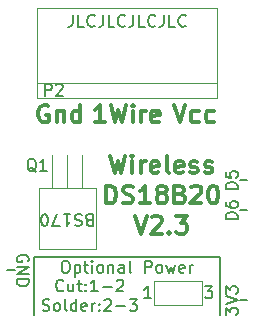
<source format=gbr>
G04 #@! TF.GenerationSoftware,KiCad,Pcbnew,(5.1.5)-3*
G04 #@! TF.CreationDate,2020-01-07T22:17:17+01:00*
G04 #@! TF.ProjectId,WirelessDS18B20,57697265-6c65-4737-9344-533138423230,rev?*
G04 #@! TF.SameCoordinates,Original*
G04 #@! TF.FileFunction,Legend,Top*
G04 #@! TF.FilePolarity,Positive*
%FSLAX46Y46*%
G04 Gerber Fmt 4.6, Leading zero omitted, Abs format (unit mm)*
G04 Created by KiCad (PCBNEW (5.1.5)-3) date 2020-01-07 22:17:17*
%MOMM*%
%LPD*%
G04 APERTURE LIST*
%ADD10C,0.150000*%
%ADD11C,0.200000*%
%ADD12C,0.300000*%
%ADD13C,0.120000*%
G04 APERTURE END LIST*
D10*
X31575952Y-25360380D02*
X31575952Y-26074666D01*
X31528333Y-26217523D01*
X31433095Y-26312761D01*
X31290238Y-26360380D01*
X31195000Y-26360380D01*
X32528333Y-26360380D02*
X32052142Y-26360380D01*
X32052142Y-25360380D01*
X33433095Y-26265142D02*
X33385476Y-26312761D01*
X33242619Y-26360380D01*
X33147380Y-26360380D01*
X33004523Y-26312761D01*
X32909285Y-26217523D01*
X32861666Y-26122285D01*
X32814047Y-25931809D01*
X32814047Y-25788952D01*
X32861666Y-25598476D01*
X32909285Y-25503238D01*
X33004523Y-25408000D01*
X33147380Y-25360380D01*
X33242619Y-25360380D01*
X33385476Y-25408000D01*
X33433095Y-25455619D01*
X34147380Y-25360380D02*
X34147380Y-26074666D01*
X34099761Y-26217523D01*
X34004523Y-26312761D01*
X33861666Y-26360380D01*
X33766428Y-26360380D01*
X35099761Y-26360380D02*
X34623571Y-26360380D01*
X34623571Y-25360380D01*
X36004523Y-26265142D02*
X35956904Y-26312761D01*
X35814047Y-26360380D01*
X35718809Y-26360380D01*
X35575952Y-26312761D01*
X35480714Y-26217523D01*
X35433095Y-26122285D01*
X35385476Y-25931809D01*
X35385476Y-25788952D01*
X35433095Y-25598476D01*
X35480714Y-25503238D01*
X35575952Y-25408000D01*
X35718809Y-25360380D01*
X35814047Y-25360380D01*
X35956904Y-25408000D01*
X36004523Y-25455619D01*
X36718809Y-25360380D02*
X36718809Y-26074666D01*
X36671190Y-26217523D01*
X36575952Y-26312761D01*
X36433095Y-26360380D01*
X36337857Y-26360380D01*
X37671190Y-26360380D02*
X37195000Y-26360380D01*
X37195000Y-25360380D01*
X38575952Y-26265142D02*
X38528333Y-26312761D01*
X38385476Y-26360380D01*
X38290238Y-26360380D01*
X38147380Y-26312761D01*
X38052142Y-26217523D01*
X38004523Y-26122285D01*
X37956904Y-25931809D01*
X37956904Y-25788952D01*
X38004523Y-25598476D01*
X38052142Y-25503238D01*
X38147380Y-25408000D01*
X38290238Y-25360380D01*
X38385476Y-25360380D01*
X38528333Y-25408000D01*
X38575952Y-25455619D01*
X39290238Y-25360380D02*
X39290238Y-26074666D01*
X39242619Y-26217523D01*
X39147380Y-26312761D01*
X39004523Y-26360380D01*
X38909285Y-26360380D01*
X40242619Y-26360380D02*
X39766428Y-26360380D01*
X39766428Y-25360380D01*
X41147380Y-26265142D02*
X41099761Y-26312761D01*
X40956904Y-26360380D01*
X40861666Y-26360380D01*
X40718809Y-26312761D01*
X40623571Y-26217523D01*
X40575952Y-26122285D01*
X40528333Y-25931809D01*
X40528333Y-25788952D01*
X40575952Y-25598476D01*
X40623571Y-25503238D01*
X40718809Y-25408000D01*
X40861666Y-25360380D01*
X40956904Y-25360380D01*
X41099761Y-25408000D01*
X41147380Y-25455619D01*
X30781904Y-48681142D02*
X30734285Y-48728761D01*
X30591428Y-48776380D01*
X30496190Y-48776380D01*
X30353333Y-48728761D01*
X30258095Y-48633523D01*
X30210476Y-48538285D01*
X30162857Y-48347809D01*
X30162857Y-48204952D01*
X30210476Y-48014476D01*
X30258095Y-47919238D01*
X30353333Y-47824000D01*
X30496190Y-47776380D01*
X30591428Y-47776380D01*
X30734285Y-47824000D01*
X30781904Y-47871619D01*
X31639047Y-48109714D02*
X31639047Y-48776380D01*
X31210476Y-48109714D02*
X31210476Y-48633523D01*
X31258095Y-48728761D01*
X31353333Y-48776380D01*
X31496190Y-48776380D01*
X31591428Y-48728761D01*
X31639047Y-48681142D01*
X31972380Y-48109714D02*
X32353333Y-48109714D01*
X32115238Y-47776380D02*
X32115238Y-48633523D01*
X32162857Y-48728761D01*
X32258095Y-48776380D01*
X32353333Y-48776380D01*
X32686666Y-48681142D02*
X32734285Y-48728761D01*
X32686666Y-48776380D01*
X32639047Y-48728761D01*
X32686666Y-48681142D01*
X32686666Y-48776380D01*
X32686666Y-48157333D02*
X32734285Y-48204952D01*
X32686666Y-48252571D01*
X32639047Y-48204952D01*
X32686666Y-48157333D01*
X32686666Y-48252571D01*
X33686666Y-48776380D02*
X33115238Y-48776380D01*
X33400952Y-48776380D02*
X33400952Y-47776380D01*
X33305714Y-47919238D01*
X33210476Y-48014476D01*
X33115238Y-48062095D01*
X34115238Y-48395428D02*
X34877142Y-48395428D01*
X35305714Y-47871619D02*
X35353333Y-47824000D01*
X35448571Y-47776380D01*
X35686666Y-47776380D01*
X35781904Y-47824000D01*
X35829523Y-47871619D01*
X35877142Y-47966857D01*
X35877142Y-48062095D01*
X35829523Y-48204952D01*
X35258095Y-48776380D01*
X35877142Y-48776380D01*
X29020000Y-50378761D02*
X29162857Y-50426380D01*
X29400952Y-50426380D01*
X29496190Y-50378761D01*
X29543809Y-50331142D01*
X29591428Y-50235904D01*
X29591428Y-50140666D01*
X29543809Y-50045428D01*
X29496190Y-49997809D01*
X29400952Y-49950190D01*
X29210476Y-49902571D01*
X29115238Y-49854952D01*
X29067619Y-49807333D01*
X29020000Y-49712095D01*
X29020000Y-49616857D01*
X29067619Y-49521619D01*
X29115238Y-49474000D01*
X29210476Y-49426380D01*
X29448571Y-49426380D01*
X29591428Y-49474000D01*
X30162857Y-50426380D02*
X30067619Y-50378761D01*
X30020000Y-50331142D01*
X29972380Y-50235904D01*
X29972380Y-49950190D01*
X30020000Y-49854952D01*
X30067619Y-49807333D01*
X30162857Y-49759714D01*
X30305714Y-49759714D01*
X30400952Y-49807333D01*
X30448571Y-49854952D01*
X30496190Y-49950190D01*
X30496190Y-50235904D01*
X30448571Y-50331142D01*
X30400952Y-50378761D01*
X30305714Y-50426380D01*
X30162857Y-50426380D01*
X31067619Y-50426380D02*
X30972380Y-50378761D01*
X30924761Y-50283523D01*
X30924761Y-49426380D01*
X31877142Y-50426380D02*
X31877142Y-49426380D01*
X31877142Y-50378761D02*
X31781904Y-50426380D01*
X31591428Y-50426380D01*
X31496190Y-50378761D01*
X31448571Y-50331142D01*
X31400952Y-50235904D01*
X31400952Y-49950190D01*
X31448571Y-49854952D01*
X31496190Y-49807333D01*
X31591428Y-49759714D01*
X31781904Y-49759714D01*
X31877142Y-49807333D01*
X32734285Y-50378761D02*
X32639047Y-50426380D01*
X32448571Y-50426380D01*
X32353333Y-50378761D01*
X32305714Y-50283523D01*
X32305714Y-49902571D01*
X32353333Y-49807333D01*
X32448571Y-49759714D01*
X32639047Y-49759714D01*
X32734285Y-49807333D01*
X32781904Y-49902571D01*
X32781904Y-49997809D01*
X32305714Y-50093047D01*
X33210476Y-50426380D02*
X33210476Y-49759714D01*
X33210476Y-49950190D02*
X33258095Y-49854952D01*
X33305714Y-49807333D01*
X33400952Y-49759714D01*
X33496190Y-49759714D01*
X33829523Y-50331142D02*
X33877142Y-50378761D01*
X33829523Y-50426380D01*
X33781904Y-50378761D01*
X33829523Y-50331142D01*
X33829523Y-50426380D01*
X33829523Y-49807333D02*
X33877142Y-49854952D01*
X33829523Y-49902571D01*
X33781904Y-49854952D01*
X33829523Y-49807333D01*
X33829523Y-49902571D01*
X34258095Y-49521619D02*
X34305714Y-49474000D01*
X34400952Y-49426380D01*
X34639047Y-49426380D01*
X34734285Y-49474000D01*
X34781904Y-49521619D01*
X34829523Y-49616857D01*
X34829523Y-49712095D01*
X34781904Y-49854952D01*
X34210476Y-50426380D01*
X34829523Y-50426380D01*
X35258095Y-50045428D02*
X36020000Y-50045428D01*
X36400952Y-49426380D02*
X37020000Y-49426380D01*
X36686666Y-49807333D01*
X36829523Y-49807333D01*
X36924761Y-49854952D01*
X36972380Y-49902571D01*
X37020000Y-49997809D01*
X37020000Y-50235904D01*
X36972380Y-50331142D01*
X36924761Y-50378761D01*
X36829523Y-50426380D01*
X36543809Y-50426380D01*
X36448571Y-50378761D01*
X36400952Y-50331142D01*
X44069000Y-45847000D02*
X44069000Y-50800000D01*
X28321000Y-45847000D02*
X44069000Y-45847000D01*
X28321000Y-50800000D02*
X28321000Y-45847000D01*
X30879071Y-46188380D02*
X31069547Y-46188380D01*
X31164785Y-46236000D01*
X31260023Y-46331238D01*
X31307642Y-46521714D01*
X31307642Y-46855047D01*
X31260023Y-47045523D01*
X31164785Y-47140761D01*
X31069547Y-47188380D01*
X30879071Y-47188380D01*
X30783833Y-47140761D01*
X30688595Y-47045523D01*
X30640976Y-46855047D01*
X30640976Y-46521714D01*
X30688595Y-46331238D01*
X30783833Y-46236000D01*
X30879071Y-46188380D01*
X31736214Y-46521714D02*
X31736214Y-47521714D01*
X31736214Y-46569333D02*
X31831452Y-46521714D01*
X32021928Y-46521714D01*
X32117166Y-46569333D01*
X32164785Y-46616952D01*
X32212404Y-46712190D01*
X32212404Y-46997904D01*
X32164785Y-47093142D01*
X32117166Y-47140761D01*
X32021928Y-47188380D01*
X31831452Y-47188380D01*
X31736214Y-47140761D01*
X32498119Y-46521714D02*
X32879071Y-46521714D01*
X32640976Y-46188380D02*
X32640976Y-47045523D01*
X32688595Y-47140761D01*
X32783833Y-47188380D01*
X32879071Y-47188380D01*
X33212404Y-47188380D02*
X33212404Y-46521714D01*
X33212404Y-46188380D02*
X33164785Y-46236000D01*
X33212404Y-46283619D01*
X33260023Y-46236000D01*
X33212404Y-46188380D01*
X33212404Y-46283619D01*
X33831452Y-47188380D02*
X33736214Y-47140761D01*
X33688595Y-47093142D01*
X33640976Y-46997904D01*
X33640976Y-46712190D01*
X33688595Y-46616952D01*
X33736214Y-46569333D01*
X33831452Y-46521714D01*
X33974309Y-46521714D01*
X34069547Y-46569333D01*
X34117166Y-46616952D01*
X34164785Y-46712190D01*
X34164785Y-46997904D01*
X34117166Y-47093142D01*
X34069547Y-47140761D01*
X33974309Y-47188380D01*
X33831452Y-47188380D01*
X34593357Y-46521714D02*
X34593357Y-47188380D01*
X34593357Y-46616952D02*
X34640976Y-46569333D01*
X34736214Y-46521714D01*
X34879071Y-46521714D01*
X34974309Y-46569333D01*
X35021928Y-46664571D01*
X35021928Y-47188380D01*
X35926690Y-47188380D02*
X35926690Y-46664571D01*
X35879071Y-46569333D01*
X35783833Y-46521714D01*
X35593357Y-46521714D01*
X35498119Y-46569333D01*
X35926690Y-47140761D02*
X35831452Y-47188380D01*
X35593357Y-47188380D01*
X35498119Y-47140761D01*
X35450500Y-47045523D01*
X35450500Y-46950285D01*
X35498119Y-46855047D01*
X35593357Y-46807428D01*
X35831452Y-46807428D01*
X35926690Y-46759809D01*
X36545738Y-47188380D02*
X36450500Y-47140761D01*
X36402880Y-47045523D01*
X36402880Y-46188380D01*
X37688595Y-47188380D02*
X37688595Y-46188380D01*
X38069547Y-46188380D01*
X38164785Y-46236000D01*
X38212404Y-46283619D01*
X38260023Y-46378857D01*
X38260023Y-46521714D01*
X38212404Y-46616952D01*
X38164785Y-46664571D01*
X38069547Y-46712190D01*
X37688595Y-46712190D01*
X38831452Y-47188380D02*
X38736214Y-47140761D01*
X38688595Y-47093142D01*
X38640976Y-46997904D01*
X38640976Y-46712190D01*
X38688595Y-46616952D01*
X38736214Y-46569333D01*
X38831452Y-46521714D01*
X38974309Y-46521714D01*
X39069547Y-46569333D01*
X39117166Y-46616952D01*
X39164785Y-46712190D01*
X39164785Y-46997904D01*
X39117166Y-47093142D01*
X39069547Y-47140761D01*
X38974309Y-47188380D01*
X38831452Y-47188380D01*
X39498119Y-46521714D02*
X39688595Y-47188380D01*
X39879071Y-46712190D01*
X40069547Y-47188380D01*
X40260023Y-46521714D01*
X41021928Y-47140761D02*
X40926690Y-47188380D01*
X40736214Y-47188380D01*
X40640976Y-47140761D01*
X40593357Y-47045523D01*
X40593357Y-46664571D01*
X40640976Y-46569333D01*
X40736214Y-46521714D01*
X40926690Y-46521714D01*
X41021928Y-46569333D01*
X41069547Y-46664571D01*
X41069547Y-46759809D01*
X40593357Y-46855047D01*
X41498119Y-47188380D02*
X41498119Y-46521714D01*
X41498119Y-46712190D02*
X41545738Y-46616952D01*
X41593357Y-46569333D01*
X41688595Y-46521714D01*
X41783833Y-46521714D01*
X45537380Y-42648095D02*
X44537380Y-42648095D01*
X44537380Y-42410000D01*
X44585000Y-42267142D01*
X44680238Y-42171904D01*
X44775476Y-42124285D01*
X44965952Y-42076666D01*
X45108809Y-42076666D01*
X45299285Y-42124285D01*
X45394523Y-42171904D01*
X45489761Y-42267142D01*
X45537380Y-42410000D01*
X45537380Y-42648095D01*
X44537380Y-41219523D02*
X44537380Y-41410000D01*
X44585000Y-41505238D01*
X44632619Y-41552857D01*
X44775476Y-41648095D01*
X44965952Y-41695714D01*
X45346904Y-41695714D01*
X45442142Y-41648095D01*
X45489761Y-41600476D01*
X45537380Y-41505238D01*
X45537380Y-41314761D01*
X45489761Y-41219523D01*
X45442142Y-41171904D01*
X45346904Y-41124285D01*
X45108809Y-41124285D01*
X45013571Y-41171904D01*
X44965952Y-41219523D01*
X44918333Y-41314761D01*
X44918333Y-41505238D01*
X44965952Y-41600476D01*
X45013571Y-41648095D01*
X45108809Y-41695714D01*
X45537380Y-40108095D02*
X44537380Y-40108095D01*
X44537380Y-39870000D01*
X44585000Y-39727142D01*
X44680238Y-39631904D01*
X44775476Y-39584285D01*
X44965952Y-39536666D01*
X45108809Y-39536666D01*
X45299285Y-39584285D01*
X45394523Y-39631904D01*
X45489761Y-39727142D01*
X45537380Y-39870000D01*
X45537380Y-40108095D01*
X44537380Y-38631904D02*
X44537380Y-39108095D01*
X45013571Y-39155714D01*
X44965952Y-39108095D01*
X44918333Y-39012857D01*
X44918333Y-38774761D01*
X44965952Y-38679523D01*
X45013571Y-38631904D01*
X45108809Y-38584285D01*
X45346904Y-38584285D01*
X45442142Y-38631904D01*
X45489761Y-38679523D01*
X45537380Y-38774761D01*
X45537380Y-39012857D01*
X45489761Y-39108095D01*
X45442142Y-39155714D01*
D11*
X45720000Y-39370000D02*
X46355000Y-39370000D01*
X45720000Y-41910000D02*
X46355000Y-41910000D01*
X45720000Y-49530000D02*
X46355000Y-49530000D01*
X26670000Y-46990000D02*
X26035000Y-46990000D01*
D10*
X27805000Y-46228095D02*
X27852619Y-46132857D01*
X27852619Y-45990000D01*
X27805000Y-45847142D01*
X27709761Y-45751904D01*
X27614523Y-45704285D01*
X27424047Y-45656666D01*
X27281190Y-45656666D01*
X27090714Y-45704285D01*
X26995476Y-45751904D01*
X26900238Y-45847142D01*
X26852619Y-45990000D01*
X26852619Y-46085238D01*
X26900238Y-46228095D01*
X26947857Y-46275714D01*
X27281190Y-46275714D01*
X27281190Y-46085238D01*
X26852619Y-46704285D02*
X27852619Y-46704285D01*
X26852619Y-47275714D01*
X27852619Y-47275714D01*
X26852619Y-47751904D02*
X27852619Y-47751904D01*
X27852619Y-47990000D01*
X27805000Y-48132857D01*
X27709761Y-48228095D01*
X27614523Y-48275714D01*
X27424047Y-48323333D01*
X27281190Y-48323333D01*
X27090714Y-48275714D01*
X26995476Y-48228095D01*
X26900238Y-48132857D01*
X26852619Y-47990000D01*
X26852619Y-47751904D01*
X44537380Y-50768095D02*
X44537380Y-50149047D01*
X44918333Y-50482380D01*
X44918333Y-50339523D01*
X44965952Y-50244285D01*
X45013571Y-50196666D01*
X45108809Y-50149047D01*
X45346904Y-50149047D01*
X45442142Y-50196666D01*
X45489761Y-50244285D01*
X45537380Y-50339523D01*
X45537380Y-50625238D01*
X45489761Y-50720476D01*
X45442142Y-50768095D01*
X44537380Y-49863333D02*
X45537380Y-49530000D01*
X44537380Y-49196666D01*
X44537380Y-48958571D02*
X44537380Y-48339523D01*
X44918333Y-48672857D01*
X44918333Y-48530000D01*
X44965952Y-48434761D01*
X45013571Y-48387142D01*
X45108809Y-48339523D01*
X45346904Y-48339523D01*
X45442142Y-48387142D01*
X45489761Y-48434761D01*
X45537380Y-48530000D01*
X45537380Y-48815714D01*
X45489761Y-48910952D01*
X45442142Y-48958571D01*
D12*
X34302142Y-34460571D02*
X33445000Y-34460571D01*
X33873571Y-34460571D02*
X33873571Y-32960571D01*
X33730714Y-33174857D01*
X33587857Y-33317714D01*
X33445000Y-33389142D01*
X34802142Y-32960571D02*
X35159285Y-34460571D01*
X35445000Y-33389142D01*
X35730714Y-34460571D01*
X36087857Y-32960571D01*
X36659285Y-34460571D02*
X36659285Y-33460571D01*
X36659285Y-32960571D02*
X36587857Y-33032000D01*
X36659285Y-33103428D01*
X36730714Y-33032000D01*
X36659285Y-32960571D01*
X36659285Y-33103428D01*
X37373571Y-34460571D02*
X37373571Y-33460571D01*
X37373571Y-33746285D02*
X37445000Y-33603428D01*
X37516428Y-33532000D01*
X37659285Y-33460571D01*
X37802142Y-33460571D01*
X38873571Y-34389142D02*
X38730714Y-34460571D01*
X38445000Y-34460571D01*
X38302142Y-34389142D01*
X38230714Y-34246285D01*
X38230714Y-33674857D01*
X38302142Y-33532000D01*
X38445000Y-33460571D01*
X38730714Y-33460571D01*
X38873571Y-33532000D01*
X38945000Y-33674857D01*
X38945000Y-33817714D01*
X38230714Y-33960571D01*
X29515714Y-33032000D02*
X29372857Y-32960571D01*
X29158571Y-32960571D01*
X28944285Y-33032000D01*
X28801428Y-33174857D01*
X28730000Y-33317714D01*
X28658571Y-33603428D01*
X28658571Y-33817714D01*
X28730000Y-34103428D01*
X28801428Y-34246285D01*
X28944285Y-34389142D01*
X29158571Y-34460571D01*
X29301428Y-34460571D01*
X29515714Y-34389142D01*
X29587142Y-34317714D01*
X29587142Y-33817714D01*
X29301428Y-33817714D01*
X30230000Y-33460571D02*
X30230000Y-34460571D01*
X30230000Y-33603428D02*
X30301428Y-33532000D01*
X30444285Y-33460571D01*
X30658571Y-33460571D01*
X30801428Y-33532000D01*
X30872857Y-33674857D01*
X30872857Y-34460571D01*
X32230000Y-34460571D02*
X32230000Y-32960571D01*
X32230000Y-34389142D02*
X32087142Y-34460571D01*
X31801428Y-34460571D01*
X31658571Y-34389142D01*
X31587142Y-34317714D01*
X31515714Y-34174857D01*
X31515714Y-33746285D01*
X31587142Y-33603428D01*
X31658571Y-33532000D01*
X31801428Y-33460571D01*
X32087142Y-33460571D01*
X32230000Y-33532000D01*
X40124285Y-32960571D02*
X40624285Y-34460571D01*
X41124285Y-32960571D01*
X42267142Y-34389142D02*
X42124285Y-34460571D01*
X41838571Y-34460571D01*
X41695714Y-34389142D01*
X41624285Y-34317714D01*
X41552857Y-34174857D01*
X41552857Y-33746285D01*
X41624285Y-33603428D01*
X41695714Y-33532000D01*
X41838571Y-33460571D01*
X42124285Y-33460571D01*
X42267142Y-33532000D01*
X43552857Y-34389142D02*
X43410000Y-34460571D01*
X43124285Y-34460571D01*
X42981428Y-34389142D01*
X42910000Y-34317714D01*
X42838571Y-34174857D01*
X42838571Y-33746285D01*
X42910000Y-33603428D01*
X42981428Y-33532000D01*
X43124285Y-33460571D01*
X43410000Y-33460571D01*
X43552857Y-33532000D01*
X34758857Y-37268571D02*
X35116000Y-38768571D01*
X35401714Y-37697142D01*
X35687428Y-38768571D01*
X36044571Y-37268571D01*
X36616000Y-38768571D02*
X36616000Y-37768571D01*
X36616000Y-37268571D02*
X36544571Y-37340000D01*
X36616000Y-37411428D01*
X36687428Y-37340000D01*
X36616000Y-37268571D01*
X36616000Y-37411428D01*
X37330285Y-38768571D02*
X37330285Y-37768571D01*
X37330285Y-38054285D02*
X37401714Y-37911428D01*
X37473142Y-37840000D01*
X37616000Y-37768571D01*
X37758857Y-37768571D01*
X38830285Y-38697142D02*
X38687428Y-38768571D01*
X38401714Y-38768571D01*
X38258857Y-38697142D01*
X38187428Y-38554285D01*
X38187428Y-37982857D01*
X38258857Y-37840000D01*
X38401714Y-37768571D01*
X38687428Y-37768571D01*
X38830285Y-37840000D01*
X38901714Y-37982857D01*
X38901714Y-38125714D01*
X38187428Y-38268571D01*
X39758857Y-38768571D02*
X39616000Y-38697142D01*
X39544571Y-38554285D01*
X39544571Y-37268571D01*
X40901714Y-38697142D02*
X40758857Y-38768571D01*
X40473142Y-38768571D01*
X40330285Y-38697142D01*
X40258857Y-38554285D01*
X40258857Y-37982857D01*
X40330285Y-37840000D01*
X40473142Y-37768571D01*
X40758857Y-37768571D01*
X40901714Y-37840000D01*
X40973142Y-37982857D01*
X40973142Y-38125714D01*
X40258857Y-38268571D01*
X41544571Y-38697142D02*
X41687428Y-38768571D01*
X41973142Y-38768571D01*
X42116000Y-38697142D01*
X42187428Y-38554285D01*
X42187428Y-38482857D01*
X42116000Y-38340000D01*
X41973142Y-38268571D01*
X41758857Y-38268571D01*
X41616000Y-38197142D01*
X41544571Y-38054285D01*
X41544571Y-37982857D01*
X41616000Y-37840000D01*
X41758857Y-37768571D01*
X41973142Y-37768571D01*
X42116000Y-37840000D01*
X42758857Y-38697142D02*
X42901714Y-38768571D01*
X43187428Y-38768571D01*
X43330285Y-38697142D01*
X43401714Y-38554285D01*
X43401714Y-38482857D01*
X43330285Y-38340000D01*
X43187428Y-38268571D01*
X42973142Y-38268571D01*
X42830285Y-38197142D01*
X42758857Y-38054285D01*
X42758857Y-37982857D01*
X42830285Y-37840000D01*
X42973142Y-37768571D01*
X43187428Y-37768571D01*
X43330285Y-37840000D01*
X34401714Y-41318571D02*
X34401714Y-39818571D01*
X34758857Y-39818571D01*
X34973142Y-39890000D01*
X35116000Y-40032857D01*
X35187428Y-40175714D01*
X35258857Y-40461428D01*
X35258857Y-40675714D01*
X35187428Y-40961428D01*
X35116000Y-41104285D01*
X34973142Y-41247142D01*
X34758857Y-41318571D01*
X34401714Y-41318571D01*
X35830285Y-41247142D02*
X36044571Y-41318571D01*
X36401714Y-41318571D01*
X36544571Y-41247142D01*
X36616000Y-41175714D01*
X36687428Y-41032857D01*
X36687428Y-40890000D01*
X36616000Y-40747142D01*
X36544571Y-40675714D01*
X36401714Y-40604285D01*
X36116000Y-40532857D01*
X35973142Y-40461428D01*
X35901714Y-40390000D01*
X35830285Y-40247142D01*
X35830285Y-40104285D01*
X35901714Y-39961428D01*
X35973142Y-39890000D01*
X36116000Y-39818571D01*
X36473142Y-39818571D01*
X36687428Y-39890000D01*
X38116000Y-41318571D02*
X37258857Y-41318571D01*
X37687428Y-41318571D02*
X37687428Y-39818571D01*
X37544571Y-40032857D01*
X37401714Y-40175714D01*
X37258857Y-40247142D01*
X38973142Y-40461428D02*
X38830285Y-40390000D01*
X38758857Y-40318571D01*
X38687428Y-40175714D01*
X38687428Y-40104285D01*
X38758857Y-39961428D01*
X38830285Y-39890000D01*
X38973142Y-39818571D01*
X39258857Y-39818571D01*
X39401714Y-39890000D01*
X39473142Y-39961428D01*
X39544571Y-40104285D01*
X39544571Y-40175714D01*
X39473142Y-40318571D01*
X39401714Y-40390000D01*
X39258857Y-40461428D01*
X38973142Y-40461428D01*
X38830285Y-40532857D01*
X38758857Y-40604285D01*
X38687428Y-40747142D01*
X38687428Y-41032857D01*
X38758857Y-41175714D01*
X38830285Y-41247142D01*
X38973142Y-41318571D01*
X39258857Y-41318571D01*
X39401714Y-41247142D01*
X39473142Y-41175714D01*
X39544571Y-41032857D01*
X39544571Y-40747142D01*
X39473142Y-40604285D01*
X39401714Y-40532857D01*
X39258857Y-40461428D01*
X40687428Y-40532857D02*
X40901714Y-40604285D01*
X40973142Y-40675714D01*
X41044571Y-40818571D01*
X41044571Y-41032857D01*
X40973142Y-41175714D01*
X40901714Y-41247142D01*
X40758857Y-41318571D01*
X40187428Y-41318571D01*
X40187428Y-39818571D01*
X40687428Y-39818571D01*
X40830285Y-39890000D01*
X40901714Y-39961428D01*
X40973142Y-40104285D01*
X40973142Y-40247142D01*
X40901714Y-40390000D01*
X40830285Y-40461428D01*
X40687428Y-40532857D01*
X40187428Y-40532857D01*
X41615999Y-39961428D02*
X41687428Y-39890000D01*
X41830285Y-39818571D01*
X42187428Y-39818571D01*
X42330285Y-39890000D01*
X42401714Y-39961428D01*
X42473142Y-40104285D01*
X42473142Y-40247142D01*
X42401714Y-40461428D01*
X41544571Y-41318571D01*
X42473142Y-41318571D01*
X43401714Y-39818571D02*
X43544571Y-39818571D01*
X43687428Y-39890000D01*
X43758857Y-39961428D01*
X43830285Y-40104285D01*
X43901714Y-40390000D01*
X43901714Y-40747142D01*
X43830285Y-41032857D01*
X43758857Y-41175714D01*
X43687428Y-41247142D01*
X43544571Y-41318571D01*
X43401714Y-41318571D01*
X43258857Y-41247142D01*
X43187428Y-41175714D01*
X43115999Y-41032857D01*
X43044571Y-40747142D01*
X43044571Y-40390000D01*
X43115999Y-40104285D01*
X43187428Y-39961428D01*
X43258857Y-39890000D01*
X43401714Y-39818571D01*
X36830285Y-42368571D02*
X37330285Y-43868571D01*
X37830285Y-42368571D01*
X38258857Y-42511428D02*
X38330285Y-42440000D01*
X38473142Y-42368571D01*
X38830285Y-42368571D01*
X38973142Y-42440000D01*
X39044571Y-42511428D01*
X39116000Y-42654285D01*
X39116000Y-42797142D01*
X39044571Y-43011428D01*
X38187428Y-43868571D01*
X39116000Y-43868571D01*
X39758857Y-43725714D02*
X39830285Y-43797142D01*
X39758857Y-43868571D01*
X39687428Y-43797142D01*
X39758857Y-43725714D01*
X39758857Y-43868571D01*
X40330285Y-42368571D02*
X41258857Y-42368571D01*
X40758857Y-42940000D01*
X40973142Y-42940000D01*
X41116000Y-43011428D01*
X41187428Y-43082857D01*
X41258857Y-43225714D01*
X41258857Y-43582857D01*
X41187428Y-43725714D01*
X41116000Y-43797142D01*
X40973142Y-43868571D01*
X40544571Y-43868571D01*
X40401714Y-43797142D01*
X40330285Y-43725714D01*
D13*
X28575000Y-32385000D02*
X43815000Y-32385000D01*
X28575000Y-24765000D02*
X43815000Y-24765000D01*
X28575000Y-31115000D02*
X43815000Y-31115000D01*
X43815000Y-32385000D02*
X43815000Y-24765000D01*
X28575000Y-32385000D02*
X28575000Y-24765000D01*
X33515000Y-45195000D02*
X33515000Y-40005000D01*
X28715000Y-45195000D02*
X33515000Y-45195000D01*
X28715000Y-40005000D02*
X28715000Y-45195000D01*
X33515000Y-40005000D02*
X28715000Y-40005000D01*
X29845000Y-37215000D02*
X29845000Y-40005000D01*
X31115000Y-37215000D02*
X31115000Y-40005000D01*
X32385000Y-37215000D02*
X32385000Y-40005000D01*
X38463000Y-49895000D02*
X38463000Y-47895000D01*
X42563000Y-49895000D02*
X38463000Y-49895000D01*
X42563000Y-47895000D02*
X42563000Y-49895000D01*
X38463000Y-47895000D02*
X42563000Y-47895000D01*
D10*
X29233904Y-32202380D02*
X29233904Y-31202380D01*
X29614857Y-31202380D01*
X29710095Y-31250000D01*
X29757714Y-31297619D01*
X29805333Y-31392857D01*
X29805333Y-31535714D01*
X29757714Y-31630952D01*
X29710095Y-31678571D01*
X29614857Y-31726190D01*
X29233904Y-31726190D01*
X30186285Y-31297619D02*
X30233904Y-31250000D01*
X30329142Y-31202380D01*
X30567238Y-31202380D01*
X30662476Y-31250000D01*
X30710095Y-31297619D01*
X30757714Y-31392857D01*
X30757714Y-31488095D01*
X30710095Y-31630952D01*
X30138666Y-32202380D01*
X30757714Y-32202380D01*
X28479761Y-38647619D02*
X28384523Y-38600000D01*
X28289285Y-38504761D01*
X28146428Y-38361904D01*
X28051190Y-38314285D01*
X27955952Y-38314285D01*
X28003571Y-38552380D02*
X27908333Y-38504761D01*
X27813095Y-38409523D01*
X27765476Y-38219047D01*
X27765476Y-37885714D01*
X27813095Y-37695238D01*
X27908333Y-37600000D01*
X28003571Y-37552380D01*
X28194047Y-37552380D01*
X28289285Y-37600000D01*
X28384523Y-37695238D01*
X28432142Y-37885714D01*
X28432142Y-38219047D01*
X28384523Y-38409523D01*
X28289285Y-38504761D01*
X28194047Y-38552380D01*
X28003571Y-38552380D01*
X29384523Y-38552380D02*
X28813095Y-38552380D01*
X29098809Y-38552380D02*
X29098809Y-37552380D01*
X29003571Y-37695238D01*
X28908333Y-37790476D01*
X28813095Y-37838095D01*
X32948333Y-42743428D02*
X32805476Y-42695809D01*
X32757857Y-42648190D01*
X32710238Y-42552952D01*
X32710238Y-42410095D01*
X32757857Y-42314857D01*
X32805476Y-42267238D01*
X32900714Y-42219619D01*
X33281666Y-42219619D01*
X33281666Y-43219619D01*
X32948333Y-43219619D01*
X32853095Y-43172000D01*
X32805476Y-43124380D01*
X32757857Y-43029142D01*
X32757857Y-42933904D01*
X32805476Y-42838666D01*
X32853095Y-42791047D01*
X32948333Y-42743428D01*
X33281666Y-42743428D01*
X32329285Y-42267238D02*
X32186428Y-42219619D01*
X31948333Y-42219619D01*
X31853095Y-42267238D01*
X31805476Y-42314857D01*
X31757857Y-42410095D01*
X31757857Y-42505333D01*
X31805476Y-42600571D01*
X31853095Y-42648190D01*
X31948333Y-42695809D01*
X32138809Y-42743428D01*
X32234047Y-42791047D01*
X32281666Y-42838666D01*
X32329285Y-42933904D01*
X32329285Y-43029142D01*
X32281666Y-43124380D01*
X32234047Y-43172000D01*
X32138809Y-43219619D01*
X31900714Y-43219619D01*
X31757857Y-43172000D01*
X30805476Y-42219619D02*
X31376904Y-42219619D01*
X31091190Y-42219619D02*
X31091190Y-43219619D01*
X31186428Y-43076761D01*
X31281666Y-42981523D01*
X31376904Y-42933904D01*
X30472142Y-43219619D02*
X29805476Y-43219619D01*
X30234047Y-42219619D01*
X29234047Y-43219619D02*
X29138809Y-43219619D01*
X29043571Y-43172000D01*
X28995952Y-43124380D01*
X28948333Y-43029142D01*
X28900714Y-42838666D01*
X28900714Y-42600571D01*
X28948333Y-42410095D01*
X28995952Y-42314857D01*
X29043571Y-42267238D01*
X29138809Y-42219619D01*
X29234047Y-42219619D01*
X29329285Y-42267238D01*
X29376904Y-42314857D01*
X29424523Y-42410095D01*
X29472142Y-42600571D01*
X29472142Y-42838666D01*
X29424523Y-43029142D01*
X29376904Y-43124380D01*
X29329285Y-43172000D01*
X29234047Y-43219619D01*
X42779666Y-48347380D02*
X43398714Y-48347380D01*
X43065380Y-48728333D01*
X43208238Y-48728333D01*
X43303476Y-48775952D01*
X43351095Y-48823571D01*
X43398714Y-48918809D01*
X43398714Y-49156904D01*
X43351095Y-49252142D01*
X43303476Y-49299761D01*
X43208238Y-49347380D01*
X42922523Y-49347380D01*
X42827285Y-49299761D01*
X42779666Y-49252142D01*
X38198714Y-49347380D02*
X37627285Y-49347380D01*
X37913000Y-49347380D02*
X37913000Y-48347380D01*
X37817761Y-48490238D01*
X37722523Y-48585476D01*
X37627285Y-48633095D01*
M02*

</source>
